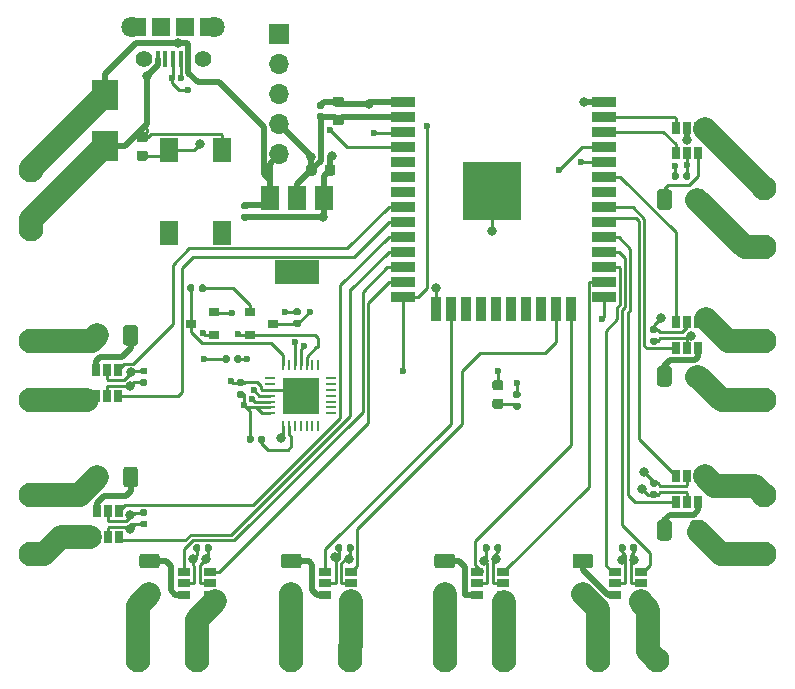
<source format=gbr>
%TF.GenerationSoftware,KiCad,Pcbnew,5.1.6-c6e7f7d~87~ubuntu18.04.1*%
%TF.CreationDate,2020-09-13T15:34:11-06:00*%
%TF.ProjectId,twinkle-led-controller,7477696e-6b6c-4652-9d6c-65642d636f6e,rev?*%
%TF.SameCoordinates,Original*%
%TF.FileFunction,Copper,L1,Top*%
%TF.FilePolarity,Positive*%
%FSLAX46Y46*%
G04 Gerber Fmt 4.6, Leading zero omitted, Abs format (unit mm)*
G04 Created by KiCad (PCBNEW 5.1.6-c6e7f7d~87~ubuntu18.04.1) date 2020-09-13 15:34:11*
%MOMM*%
%LPD*%
G01*
G04 APERTURE LIST*
%TA.AperFunction,ComponentPad*%
%ADD10C,2.100000*%
%TD*%
%TA.AperFunction,SMDPad,CuDef*%
%ADD11R,3.100000X3.100000*%
%TD*%
%TA.AperFunction,SMDPad,CuDef*%
%ADD12R,0.254000X0.900000*%
%TD*%
%TA.AperFunction,SMDPad,CuDef*%
%ADD13R,0.900000X0.254000*%
%TD*%
%TA.AperFunction,SMDPad,CuDef*%
%ADD14R,2.300000X2.500000*%
%TD*%
%TA.AperFunction,SMDPad,CuDef*%
%ADD15R,0.650000X1.060000*%
%TD*%
%TA.AperFunction,SMDPad,CuDef*%
%ADD16R,1.060000X0.650000*%
%TD*%
%TA.AperFunction,SMDPad,CuDef*%
%ADD17R,2.000000X0.900000*%
%TD*%
%TA.AperFunction,SMDPad,CuDef*%
%ADD18R,0.900000X2.000000*%
%TD*%
%TA.AperFunction,SMDPad,CuDef*%
%ADD19R,5.000000X5.000000*%
%TD*%
%TA.AperFunction,SMDPad,CuDef*%
%ADD20R,1.500000X2.000000*%
%TD*%
%TA.AperFunction,SMDPad,CuDef*%
%ADD21R,3.800000X2.000000*%
%TD*%
%TA.AperFunction,SMDPad,CuDef*%
%ADD22R,0.900000X0.800000*%
%TD*%
%TA.AperFunction,ComponentPad*%
%ADD23O,1.700000X1.700000*%
%TD*%
%TA.AperFunction,ComponentPad*%
%ADD24R,1.700000X1.700000*%
%TD*%
%TA.AperFunction,SMDPad,CuDef*%
%ADD25R,1.500000X1.550000*%
%TD*%
%TA.AperFunction,ComponentPad*%
%ADD26C,1.800000*%
%TD*%
%TA.AperFunction,ComponentPad*%
%ADD27C,1.408000*%
%TD*%
%TA.AperFunction,SMDPad,CuDef*%
%ADD28R,0.400000X1.350000*%
%TD*%
%TA.AperFunction,ViaPad*%
%ADD29C,0.600000*%
%TD*%
%TA.AperFunction,ViaPad*%
%ADD30C,0.800000*%
%TD*%
%TA.AperFunction,Conductor*%
%ADD31C,0.250000*%
%TD*%
%TA.AperFunction,Conductor*%
%ADD32C,0.500000*%
%TD*%
%TA.AperFunction,Conductor*%
%ADD33C,2.000000*%
%TD*%
G04 APERTURE END LIST*
D10*
%TO.P,J12,2*%
%TO.N,GND*%
X182000000Y-70500000D03*
%TO.P,J12,1*%
%TO.N,+5V*%
X182000000Y-65500000D03*
%TD*%
%TO.P,J11,2*%
%TO.N,Net-(J11-Pad2)*%
X182000000Y-85000000D03*
%TO.P,J11,1*%
%TO.N,Net-(J11-Pad1)*%
X182000000Y-80000000D03*
%TD*%
%TO.P,J10,2*%
%TO.N,Net-(J10-Pad2)*%
X182000000Y-98000000D03*
%TO.P,J10,1*%
%TO.N,Net-(J10-Pad1)*%
X182000000Y-93000000D03*
%TD*%
%TO.P,J9,2*%
%TO.N,Net-(J9-Pad2)*%
X196000000Y-107000000D03*
%TO.P,J9,1*%
%TO.N,Net-(J9-Pad1)*%
X191000000Y-107000000D03*
%TD*%
%TO.P,J8,2*%
%TO.N,Net-(J8-Pad2)*%
X209000000Y-107000000D03*
%TO.P,J8,1*%
%TO.N,Net-(J8-Pad1)*%
X204000000Y-107000000D03*
%TD*%
%TO.P,J7,2*%
%TO.N,Net-(J7-Pad2)*%
X222000000Y-107000000D03*
%TO.P,J7,1*%
%TO.N,Net-(J7-Pad1)*%
X217000000Y-107000000D03*
%TD*%
%TO.P,J6,2*%
%TO.N,Net-(J6-Pad2)*%
X235000000Y-107000000D03*
%TO.P,J6,1*%
%TO.N,Net-(J6-Pad1)*%
X230000000Y-107000000D03*
%TD*%
%TO.P,J5,2*%
%TO.N,Net-(J5-Pad2)*%
X244000000Y-93000000D03*
%TO.P,J5,1*%
%TO.N,Net-(J5-Pad1)*%
X244000000Y-98000000D03*
%TD*%
%TO.P,J4,2*%
%TO.N,Net-(J4-Pad2)*%
X244000000Y-80000000D03*
%TO.P,J4,1*%
%TO.N,Net-(J4-Pad1)*%
X244000000Y-85000000D03*
%TD*%
%TO.P,J3,2*%
%TO.N,Net-(J3-Pad2)*%
X244000000Y-67000000D03*
%TO.P,J3,1*%
%TO.N,Net-(J3-Pad1)*%
X244000000Y-72000000D03*
%TD*%
D11*
%TO.P,U2,29*%
%TO.N,GND*%
X204800000Y-84600000D03*
D12*
%TO.P,U2,28*%
%TO.N,/USB_DTR*%
X203300000Y-82010000D03*
%TO.P,U2,27*%
%TO.N,N/C*%
X203800000Y-82010000D03*
%TO.P,U2,26*%
%TO.N,/USB_TX*%
X204300000Y-82010000D03*
%TO.P,U2,25*%
%TO.N,/USB_RX*%
X204800000Y-82010000D03*
%TO.P,U2,24*%
%TO.N,/USB_RTS*%
X205300000Y-82010000D03*
%TO.P,U2,23*%
%TO.N,N/C*%
X205800000Y-82010000D03*
%TO.P,U2,22*%
X206300000Y-82010000D03*
D13*
%TO.P,U2,21*%
X207390000Y-83100000D03*
%TO.P,U2,20*%
X207390000Y-83600000D03*
%TO.P,U2,19*%
X207390000Y-84100000D03*
%TO.P,U2,18*%
X207390000Y-84600000D03*
%TO.P,U2,17*%
X207390000Y-85100000D03*
%TO.P,U2,16*%
X207390000Y-85600000D03*
%TO.P,U2,15*%
X207390000Y-86100000D03*
D12*
%TO.P,U2,14*%
X206300000Y-87190000D03*
%TO.P,U2,13*%
X205800000Y-87190000D03*
%TO.P,U2,12*%
X205300000Y-87190000D03*
%TO.P,U2,11*%
X204800000Y-87190000D03*
%TO.P,U2,10*%
X204300000Y-87190000D03*
%TO.P,U2,9*%
%TO.N,Net-(R15-Pad2)*%
X203800000Y-87190000D03*
%TO.P,U2,8*%
%TO.N,+5V*%
X203300000Y-87190000D03*
D13*
%TO.P,U2,7*%
%TO.N,+3V3*%
X202210000Y-86100000D03*
%TO.P,U2,6*%
X202210000Y-85600000D03*
%TO.P,U2,5*%
%TO.N,/USB_D-*%
X202210000Y-85100000D03*
%TO.P,U2,4*%
%TO.N,/USB_D+*%
X202210000Y-84600000D03*
%TO.P,U2,3*%
%TO.N,GND*%
X202210000Y-84100000D03*
%TO.P,U2,2*%
%TO.N,N/C*%
X202210000Y-83600000D03*
%TO.P,U2,1*%
X202210000Y-83100000D03*
%TD*%
%TO.P,R15,2*%
%TO.N,Net-(R15-Pad2)*%
%TA.AperFunction,SMDPad,CuDef*%
G36*
G01*
X201190000Y-88472500D02*
X201190000Y-88127500D01*
G75*
G02*
X201337500Y-87980000I147500J0D01*
G01*
X201632500Y-87980000D01*
G75*
G02*
X201780000Y-88127500I0J-147500D01*
G01*
X201780000Y-88472500D01*
G75*
G02*
X201632500Y-88620000I-147500J0D01*
G01*
X201337500Y-88620000D01*
G75*
G02*
X201190000Y-88472500I0J147500D01*
G01*
G37*
%TD.AperFunction*%
%TO.P,R15,1*%
%TO.N,+3V3*%
%TA.AperFunction,SMDPad,CuDef*%
G36*
G01*
X200220000Y-88472500D02*
X200220000Y-88127500D01*
G75*
G02*
X200367500Y-87980000I147500J0D01*
G01*
X200662500Y-87980000D01*
G75*
G02*
X200810000Y-88127500I0J-147500D01*
G01*
X200810000Y-88472500D01*
G75*
G02*
X200662500Y-88620000I-147500J0D01*
G01*
X200367500Y-88620000D01*
G75*
G02*
X200220000Y-88472500I0J147500D01*
G01*
G37*
%TD.AperFunction*%
%TD*%
D14*
%TO.P,D1,2*%
%TO.N,GND*%
X188200000Y-63450000D03*
%TO.P,D1,1*%
%TO.N,+5V*%
X188200000Y-59150000D03*
%TD*%
%TO.P,R14,2*%
%TO.N,Net-(D2-Pad1)*%
%TA.AperFunction,SMDPad,CuDef*%
G36*
G01*
X222927500Y-85190000D02*
X223272500Y-85190000D01*
G75*
G02*
X223420000Y-85337500I0J-147500D01*
G01*
X223420000Y-85632500D01*
G75*
G02*
X223272500Y-85780000I-147500J0D01*
G01*
X222927500Y-85780000D01*
G75*
G02*
X222780000Y-85632500I0J147500D01*
G01*
X222780000Y-85337500D01*
G75*
G02*
X222927500Y-85190000I147500J0D01*
G01*
G37*
%TD.AperFunction*%
%TO.P,R14,1*%
%TO.N,GND*%
%TA.AperFunction,SMDPad,CuDef*%
G36*
G01*
X222927500Y-84220000D02*
X223272500Y-84220000D01*
G75*
G02*
X223420000Y-84367500I0J-147500D01*
G01*
X223420000Y-84662500D01*
G75*
G02*
X223272500Y-84810000I-147500J0D01*
G01*
X222927500Y-84810000D01*
G75*
G02*
X222780000Y-84662500I0J147500D01*
G01*
X222780000Y-84367500D01*
G75*
G02*
X222927500Y-84220000I147500J0D01*
G01*
G37*
%TD.AperFunction*%
%TD*%
D15*
%TO.P,U12,5*%
%TO.N,+5V*%
X188400000Y-82400000D03*
%TO.P,U12,6*%
%TO.N,Net-(R12-Pad2)*%
X187450000Y-82400000D03*
%TO.P,U12,4*%
%TO.N,/LED8_A*%
X189350000Y-82400000D03*
%TO.P,U12,3*%
%TO.N,/LED8_B*%
X189350000Y-84600000D03*
%TO.P,U12,2*%
%TO.N,GND*%
X188400000Y-84600000D03*
%TO.P,U12,1*%
%TO.N,Net-(J11-Pad2)*%
X187450000Y-84600000D03*
%TD*%
%TO.P,U11,5*%
%TO.N,+5V*%
X188500000Y-94400000D03*
%TO.P,U11,6*%
%TO.N,Net-(R11-Pad2)*%
X187550000Y-94400000D03*
%TO.P,U11,4*%
%TO.N,/LED7_A*%
X189450000Y-94400000D03*
%TO.P,U11,3*%
%TO.N,/LED7_B*%
X189450000Y-96600000D03*
%TO.P,U11,2*%
%TO.N,GND*%
X188500000Y-96600000D03*
%TO.P,U11,1*%
%TO.N,Net-(J10-Pad2)*%
X187550000Y-96600000D03*
%TD*%
D16*
%TO.P,U10,5*%
%TO.N,+5V*%
X194900000Y-100500000D03*
%TO.P,U10,6*%
%TO.N,Net-(R10-Pad2)*%
X194900000Y-101450000D03*
%TO.P,U10,4*%
%TO.N,/LED6_A*%
X194900000Y-99550000D03*
%TO.P,U10,3*%
%TO.N,/LED6_B*%
X197100000Y-99550000D03*
%TO.P,U10,2*%
%TO.N,GND*%
X197100000Y-100500000D03*
%TO.P,U10,1*%
%TO.N,Net-(J9-Pad2)*%
X197100000Y-101450000D03*
%TD*%
%TO.P,U9,5*%
%TO.N,+5V*%
X206900000Y-100500000D03*
%TO.P,U9,6*%
%TO.N,Net-(R9-Pad2)*%
X206900000Y-101450000D03*
%TO.P,U9,4*%
%TO.N,/LED5_A*%
X206900000Y-99550000D03*
%TO.P,U9,3*%
%TO.N,/LED5_B*%
X209100000Y-99550000D03*
%TO.P,U9,2*%
%TO.N,GND*%
X209100000Y-100500000D03*
%TO.P,U9,1*%
%TO.N,Net-(J8-Pad2)*%
X209100000Y-101450000D03*
%TD*%
%TO.P,U8,5*%
%TO.N,+5V*%
X219760000Y-100500000D03*
%TO.P,U8,6*%
%TO.N,Net-(R8-Pad2)*%
X219760000Y-101450000D03*
%TO.P,U8,4*%
%TO.N,/LED4_A*%
X219760000Y-99550000D03*
%TO.P,U8,3*%
%TO.N,/LED4_B*%
X221960000Y-99550000D03*
%TO.P,U8,2*%
%TO.N,GND*%
X221960000Y-100500000D03*
%TO.P,U8,1*%
%TO.N,Net-(J7-Pad2)*%
X221960000Y-101450000D03*
%TD*%
%TO.P,U7,5*%
%TO.N,+5V*%
X231400000Y-100500000D03*
%TO.P,U7,6*%
%TO.N,Net-(R7-Pad2)*%
X231400000Y-101450000D03*
%TO.P,U7,4*%
%TO.N,/LED3_A*%
X231400000Y-99550000D03*
%TO.P,U7,3*%
%TO.N,/LED3_B*%
X233600000Y-99550000D03*
%TO.P,U7,2*%
%TO.N,GND*%
X233600000Y-100500000D03*
%TO.P,U7,1*%
%TO.N,Net-(J6-Pad2)*%
X233600000Y-101450000D03*
%TD*%
D15*
%TO.P,U6,5*%
%TO.N,+5V*%
X237500000Y-93600000D03*
%TO.P,U6,6*%
%TO.N,Net-(R6-Pad2)*%
X238450000Y-93600000D03*
%TO.P,U6,4*%
%TO.N,/LED2_A*%
X236550000Y-93600000D03*
%TO.P,U6,3*%
%TO.N,/LED2_B*%
X236550000Y-91400000D03*
%TO.P,U6,2*%
%TO.N,GND*%
X237500000Y-91400000D03*
%TO.P,U6,1*%
%TO.N,Net-(J5-Pad2)*%
X238450000Y-91400000D03*
%TD*%
%TO.P,U5,5*%
%TO.N,+5V*%
X237500000Y-80600000D03*
%TO.P,U5,6*%
%TO.N,Net-(R5-Pad2)*%
X238450000Y-80600000D03*
%TO.P,U5,4*%
%TO.N,/LED1_A*%
X236550000Y-80600000D03*
%TO.P,U5,3*%
%TO.N,/LED1_B*%
X236550000Y-78400000D03*
%TO.P,U5,2*%
%TO.N,GND*%
X237500000Y-78400000D03*
%TO.P,U5,1*%
%TO.N,Net-(J4-Pad2)*%
X238450000Y-78400000D03*
%TD*%
%TO.P,U4,5*%
%TO.N,+5V*%
X237500000Y-64100000D03*
%TO.P,U4,6*%
%TO.N,Net-(R4-Pad2)*%
X238450000Y-64100000D03*
%TO.P,U4,4*%
%TO.N,/LED0_A*%
X236550000Y-64100000D03*
%TO.P,U4,3*%
%TO.N,/LED0_B*%
X236550000Y-61900000D03*
%TO.P,U4,2*%
%TO.N,GND*%
X237500000Y-61900000D03*
%TO.P,U4,1*%
%TO.N,Net-(J3-Pad2)*%
X238450000Y-61900000D03*
%TD*%
D17*
%TO.P,U3,38*%
%TO.N,GND*%
X230500000Y-59745000D03*
%TO.P,U3,37*%
%TO.N,/LED0_B*%
X230500000Y-61015000D03*
%TO.P,U3,36*%
%TO.N,/LED0_A*%
X230500000Y-62285000D03*
%TO.P,U3,35*%
%TO.N,/USB_RX*%
X230500000Y-63555000D03*
%TO.P,U3,34*%
%TO.N,/USB_TX*%
X230500000Y-64825000D03*
%TO.P,U3,33*%
%TO.N,/LED1_B*%
X230500000Y-66095000D03*
%TO.P,U3,32*%
%TO.N,N/C*%
X230500000Y-67365000D03*
%TO.P,U3,31*%
%TO.N,/LED1_A*%
X230500000Y-68635000D03*
%TO.P,U3,30*%
%TO.N,/LED2_B*%
X230500000Y-69905000D03*
%TO.P,U3,29*%
%TO.N,/LED2_A*%
X230500000Y-71175000D03*
%TO.P,U3,28*%
%TO.N,/LED3_B*%
X230500000Y-72445000D03*
%TO.P,U3,27*%
%TO.N,/LED3_A*%
X230500000Y-73715000D03*
%TO.P,U3,26*%
%TO.N,/LED4_B*%
X230500000Y-74985000D03*
%TO.P,U3,25*%
%TO.N,/IO0*%
X230500000Y-76255000D03*
D18*
%TO.P,U3,24*%
%TO.N,/LED4_A*%
X227715000Y-77255000D03*
%TO.P,U3,23*%
%TO.N,/LED5_B*%
X226445000Y-77255000D03*
%TO.P,U3,22*%
%TO.N,N/C*%
X225175000Y-77255000D03*
%TO.P,U3,21*%
X223905000Y-77255000D03*
%TO.P,U3,20*%
X222635000Y-77255000D03*
%TO.P,U3,19*%
X221365000Y-77255000D03*
%TO.P,U3,18*%
X220095000Y-77255000D03*
%TO.P,U3,17*%
X218825000Y-77255000D03*
%TO.P,U3,16*%
%TO.N,/LED5_A*%
X217555000Y-77255000D03*
%TO.P,U3,15*%
%TO.N,GND*%
X216285000Y-77255000D03*
D17*
%TO.P,U3,14*%
%TO.N,/AUX_OUT*%
X213500000Y-76255000D03*
%TO.P,U3,13*%
%TO.N,/LED6_B*%
X213500000Y-74985000D03*
%TO.P,U3,12*%
%TO.N,/LED6_A*%
X213500000Y-73715000D03*
%TO.P,U3,11*%
%TO.N,/LED7_B*%
X213500000Y-72445000D03*
%TO.P,U3,10*%
%TO.N,/LED7_A*%
X213500000Y-71175000D03*
%TO.P,U3,9*%
%TO.N,/LED8_B*%
X213500000Y-69905000D03*
%TO.P,U3,8*%
%TO.N,/LED8_A*%
X213500000Y-68635000D03*
%TO.P,U3,7*%
%TO.N,N/C*%
X213500000Y-67365000D03*
%TO.P,U3,6*%
X213500000Y-66095000D03*
%TO.P,U3,5*%
X213500000Y-64825000D03*
%TO.P,U3,4*%
%TO.N,/AUX_IN*%
X213500000Y-63555000D03*
%TO.P,U3,3*%
%TO.N,/EN*%
X213500000Y-62285000D03*
%TO.P,U3,2*%
%TO.N,+3V3*%
X213500000Y-61015000D03*
%TO.P,U3,1*%
%TO.N,GND*%
X213500000Y-59745000D03*
D19*
%TO.P,U3,39*%
X221000000Y-67245000D03*
%TD*%
D20*
%TO.P,U1,1*%
%TO.N,GND*%
X206800000Y-67850000D03*
%TO.P,U1,3*%
%TO.N,+5V*%
X202200000Y-67850000D03*
%TO.P,U1,2*%
%TO.N,+3V3*%
X204500000Y-67850000D03*
D21*
%TO.P,U1,4*%
%TO.N,N/C*%
X204500000Y-74150000D03*
%TD*%
D20*
%TO.P,SW1,~*%
%TO.N,N/C*%
X193650000Y-70800000D03*
%TO.P,SW1,2*%
%TO.N,/EN*%
X193650000Y-63800000D03*
%TO.P,SW1,~*%
%TO.N,N/C*%
X198150000Y-70800000D03*
%TO.P,SW1,1*%
%TO.N,GND*%
X198150000Y-63800000D03*
%TD*%
%TO.P,R12,2*%
%TO.N,Net-(R12-Pad2)*%
%TA.AperFunction,SMDPad,CuDef*%
G36*
G01*
X189775000Y-80125000D02*
X189775000Y-78875000D01*
G75*
G02*
X190025000Y-78625000I250000J0D01*
G01*
X190775000Y-78625000D01*
G75*
G02*
X191025000Y-78875000I0J-250000D01*
G01*
X191025000Y-80125000D01*
G75*
G02*
X190775000Y-80375000I-250000J0D01*
G01*
X190025000Y-80375000D01*
G75*
G02*
X189775000Y-80125000I0J250000D01*
G01*
G37*
%TD.AperFunction*%
%TO.P,R12,1*%
%TO.N,Net-(J11-Pad1)*%
%TA.AperFunction,SMDPad,CuDef*%
G36*
G01*
X186975000Y-80125000D02*
X186975000Y-78875000D01*
G75*
G02*
X187225000Y-78625000I250000J0D01*
G01*
X187975000Y-78625000D01*
G75*
G02*
X188225000Y-78875000I0J-250000D01*
G01*
X188225000Y-80125000D01*
G75*
G02*
X187975000Y-80375000I-250000J0D01*
G01*
X187225000Y-80375000D01*
G75*
G02*
X186975000Y-80125000I0J250000D01*
G01*
G37*
%TD.AperFunction*%
%TD*%
%TO.P,R11,2*%
%TO.N,Net-(R11-Pad2)*%
%TA.AperFunction,SMDPad,CuDef*%
G36*
G01*
X189775000Y-92125000D02*
X189775000Y-90875000D01*
G75*
G02*
X190025000Y-90625000I250000J0D01*
G01*
X190775000Y-90625000D01*
G75*
G02*
X191025000Y-90875000I0J-250000D01*
G01*
X191025000Y-92125000D01*
G75*
G02*
X190775000Y-92375000I-250000J0D01*
G01*
X190025000Y-92375000D01*
G75*
G02*
X189775000Y-92125000I0J250000D01*
G01*
G37*
%TD.AperFunction*%
%TO.P,R11,1*%
%TO.N,Net-(J10-Pad1)*%
%TA.AperFunction,SMDPad,CuDef*%
G36*
G01*
X186975000Y-92125000D02*
X186975000Y-90875000D01*
G75*
G02*
X187225000Y-90625000I250000J0D01*
G01*
X187975000Y-90625000D01*
G75*
G02*
X188225000Y-90875000I0J-250000D01*
G01*
X188225000Y-92125000D01*
G75*
G02*
X187975000Y-92375000I-250000J0D01*
G01*
X187225000Y-92375000D01*
G75*
G02*
X186975000Y-92125000I0J250000D01*
G01*
G37*
%TD.AperFunction*%
%TD*%
%TO.P,R10,2*%
%TO.N,Net-(R10-Pad2)*%
%TA.AperFunction,SMDPad,CuDef*%
G36*
G01*
X192625000Y-99225000D02*
X191375000Y-99225000D01*
G75*
G02*
X191125000Y-98975000I0J250000D01*
G01*
X191125000Y-98225000D01*
G75*
G02*
X191375000Y-97975000I250000J0D01*
G01*
X192625000Y-97975000D01*
G75*
G02*
X192875000Y-98225000I0J-250000D01*
G01*
X192875000Y-98975000D01*
G75*
G02*
X192625000Y-99225000I-250000J0D01*
G01*
G37*
%TD.AperFunction*%
%TO.P,R10,1*%
%TO.N,Net-(J9-Pad1)*%
%TA.AperFunction,SMDPad,CuDef*%
G36*
G01*
X192625000Y-102025000D02*
X191375000Y-102025000D01*
G75*
G02*
X191125000Y-101775000I0J250000D01*
G01*
X191125000Y-101025000D01*
G75*
G02*
X191375000Y-100775000I250000J0D01*
G01*
X192625000Y-100775000D01*
G75*
G02*
X192875000Y-101025000I0J-250000D01*
G01*
X192875000Y-101775000D01*
G75*
G02*
X192625000Y-102025000I-250000J0D01*
G01*
G37*
%TD.AperFunction*%
%TD*%
%TO.P,R9,2*%
%TO.N,Net-(R9-Pad2)*%
%TA.AperFunction,SMDPad,CuDef*%
G36*
G01*
X204625000Y-99225000D02*
X203375000Y-99225000D01*
G75*
G02*
X203125000Y-98975000I0J250000D01*
G01*
X203125000Y-98225000D01*
G75*
G02*
X203375000Y-97975000I250000J0D01*
G01*
X204625000Y-97975000D01*
G75*
G02*
X204875000Y-98225000I0J-250000D01*
G01*
X204875000Y-98975000D01*
G75*
G02*
X204625000Y-99225000I-250000J0D01*
G01*
G37*
%TD.AperFunction*%
%TO.P,R9,1*%
%TO.N,Net-(J8-Pad1)*%
%TA.AperFunction,SMDPad,CuDef*%
G36*
G01*
X204625000Y-102025000D02*
X203375000Y-102025000D01*
G75*
G02*
X203125000Y-101775000I0J250000D01*
G01*
X203125000Y-101025000D01*
G75*
G02*
X203375000Y-100775000I250000J0D01*
G01*
X204625000Y-100775000D01*
G75*
G02*
X204875000Y-101025000I0J-250000D01*
G01*
X204875000Y-101775000D01*
G75*
G02*
X204625000Y-102025000I-250000J0D01*
G01*
G37*
%TD.AperFunction*%
%TD*%
%TO.P,R8,2*%
%TO.N,Net-(R8-Pad2)*%
%TA.AperFunction,SMDPad,CuDef*%
G36*
G01*
X217625000Y-99225000D02*
X216375000Y-99225000D01*
G75*
G02*
X216125000Y-98975000I0J250000D01*
G01*
X216125000Y-98225000D01*
G75*
G02*
X216375000Y-97975000I250000J0D01*
G01*
X217625000Y-97975000D01*
G75*
G02*
X217875000Y-98225000I0J-250000D01*
G01*
X217875000Y-98975000D01*
G75*
G02*
X217625000Y-99225000I-250000J0D01*
G01*
G37*
%TD.AperFunction*%
%TO.P,R8,1*%
%TO.N,Net-(J7-Pad1)*%
%TA.AperFunction,SMDPad,CuDef*%
G36*
G01*
X217625000Y-102025000D02*
X216375000Y-102025000D01*
G75*
G02*
X216125000Y-101775000I0J250000D01*
G01*
X216125000Y-101025000D01*
G75*
G02*
X216375000Y-100775000I250000J0D01*
G01*
X217625000Y-100775000D01*
G75*
G02*
X217875000Y-101025000I0J-250000D01*
G01*
X217875000Y-101775000D01*
G75*
G02*
X217625000Y-102025000I-250000J0D01*
G01*
G37*
%TD.AperFunction*%
%TD*%
%TO.P,R7,2*%
%TO.N,Net-(R7-Pad2)*%
%TA.AperFunction,SMDPad,CuDef*%
G36*
G01*
X229325000Y-99225000D02*
X228075000Y-99225000D01*
G75*
G02*
X227825000Y-98975000I0J250000D01*
G01*
X227825000Y-98225000D01*
G75*
G02*
X228075000Y-97975000I250000J0D01*
G01*
X229325000Y-97975000D01*
G75*
G02*
X229575000Y-98225000I0J-250000D01*
G01*
X229575000Y-98975000D01*
G75*
G02*
X229325000Y-99225000I-250000J0D01*
G01*
G37*
%TD.AperFunction*%
%TO.P,R7,1*%
%TO.N,Net-(J6-Pad1)*%
%TA.AperFunction,SMDPad,CuDef*%
G36*
G01*
X229325000Y-102025000D02*
X228075000Y-102025000D01*
G75*
G02*
X227825000Y-101775000I0J250000D01*
G01*
X227825000Y-101025000D01*
G75*
G02*
X228075000Y-100775000I250000J0D01*
G01*
X229325000Y-100775000D01*
G75*
G02*
X229575000Y-101025000I0J-250000D01*
G01*
X229575000Y-101775000D01*
G75*
G02*
X229325000Y-102025000I-250000J0D01*
G01*
G37*
%TD.AperFunction*%
%TD*%
%TO.P,R6,2*%
%TO.N,Net-(R6-Pad2)*%
%TA.AperFunction,SMDPad,CuDef*%
G36*
G01*
X236225000Y-95375000D02*
X236225000Y-96625000D01*
G75*
G02*
X235975000Y-96875000I-250000J0D01*
G01*
X235225000Y-96875000D01*
G75*
G02*
X234975000Y-96625000I0J250000D01*
G01*
X234975000Y-95375000D01*
G75*
G02*
X235225000Y-95125000I250000J0D01*
G01*
X235975000Y-95125000D01*
G75*
G02*
X236225000Y-95375000I0J-250000D01*
G01*
G37*
%TD.AperFunction*%
%TO.P,R6,1*%
%TO.N,Net-(J5-Pad1)*%
%TA.AperFunction,SMDPad,CuDef*%
G36*
G01*
X239025000Y-95375000D02*
X239025000Y-96625000D01*
G75*
G02*
X238775000Y-96875000I-250000J0D01*
G01*
X238025000Y-96875000D01*
G75*
G02*
X237775000Y-96625000I0J250000D01*
G01*
X237775000Y-95375000D01*
G75*
G02*
X238025000Y-95125000I250000J0D01*
G01*
X238775000Y-95125000D01*
G75*
G02*
X239025000Y-95375000I0J-250000D01*
G01*
G37*
%TD.AperFunction*%
%TD*%
%TO.P,R5,2*%
%TO.N,Net-(R5-Pad2)*%
%TA.AperFunction,SMDPad,CuDef*%
G36*
G01*
X236225000Y-82335000D02*
X236225000Y-83585000D01*
G75*
G02*
X235975000Y-83835000I-250000J0D01*
G01*
X235225000Y-83835000D01*
G75*
G02*
X234975000Y-83585000I0J250000D01*
G01*
X234975000Y-82335000D01*
G75*
G02*
X235225000Y-82085000I250000J0D01*
G01*
X235975000Y-82085000D01*
G75*
G02*
X236225000Y-82335000I0J-250000D01*
G01*
G37*
%TD.AperFunction*%
%TO.P,R5,1*%
%TO.N,Net-(J4-Pad1)*%
%TA.AperFunction,SMDPad,CuDef*%
G36*
G01*
X239025000Y-82335000D02*
X239025000Y-83585000D01*
G75*
G02*
X238775000Y-83835000I-250000J0D01*
G01*
X238025000Y-83835000D01*
G75*
G02*
X237775000Y-83585000I0J250000D01*
G01*
X237775000Y-82335000D01*
G75*
G02*
X238025000Y-82085000I250000J0D01*
G01*
X238775000Y-82085000D01*
G75*
G02*
X239025000Y-82335000I0J-250000D01*
G01*
G37*
%TD.AperFunction*%
%TD*%
%TO.P,R4,2*%
%TO.N,Net-(R4-Pad2)*%
%TA.AperFunction,SMDPad,CuDef*%
G36*
G01*
X236225000Y-67375000D02*
X236225000Y-68625000D01*
G75*
G02*
X235975000Y-68875000I-250000J0D01*
G01*
X235225000Y-68875000D01*
G75*
G02*
X234975000Y-68625000I0J250000D01*
G01*
X234975000Y-67375000D01*
G75*
G02*
X235225000Y-67125000I250000J0D01*
G01*
X235975000Y-67125000D01*
G75*
G02*
X236225000Y-67375000I0J-250000D01*
G01*
G37*
%TD.AperFunction*%
%TO.P,R4,1*%
%TO.N,Net-(J3-Pad1)*%
%TA.AperFunction,SMDPad,CuDef*%
G36*
G01*
X239025000Y-67375000D02*
X239025000Y-68625000D01*
G75*
G02*
X238775000Y-68875000I-250000J0D01*
G01*
X238025000Y-68875000D01*
G75*
G02*
X237775000Y-68625000I0J250000D01*
G01*
X237775000Y-67375000D01*
G75*
G02*
X238025000Y-67125000I250000J0D01*
G01*
X238775000Y-67125000D01*
G75*
G02*
X239025000Y-67375000I0J-250000D01*
G01*
G37*
%TD.AperFunction*%
%TD*%
%TO.P,R3,2*%
%TO.N,/EN*%
%TA.AperFunction,SMDPad,CuDef*%
G36*
G01*
X204327500Y-78190000D02*
X204672500Y-78190000D01*
G75*
G02*
X204820000Y-78337500I0J-147500D01*
G01*
X204820000Y-78632500D01*
G75*
G02*
X204672500Y-78780000I-147500J0D01*
G01*
X204327500Y-78780000D01*
G75*
G02*
X204180000Y-78632500I0J147500D01*
G01*
X204180000Y-78337500D01*
G75*
G02*
X204327500Y-78190000I147500J0D01*
G01*
G37*
%TD.AperFunction*%
%TO.P,R3,1*%
%TO.N,+3V3*%
%TA.AperFunction,SMDPad,CuDef*%
G36*
G01*
X204327500Y-77220000D02*
X204672500Y-77220000D01*
G75*
G02*
X204820000Y-77367500I0J-147500D01*
G01*
X204820000Y-77662500D01*
G75*
G02*
X204672500Y-77810000I-147500J0D01*
G01*
X204327500Y-77810000D01*
G75*
G02*
X204180000Y-77662500I0J147500D01*
G01*
X204180000Y-77367500D01*
G75*
G02*
X204327500Y-77220000I147500J0D01*
G01*
G37*
%TD.AperFunction*%
%TD*%
%TO.P,R2,2*%
%TO.N,/USB_RTS*%
%TA.AperFunction,SMDPad,CuDef*%
G36*
G01*
X199190000Y-81672500D02*
X199190000Y-81327500D01*
G75*
G02*
X199337500Y-81180000I147500J0D01*
G01*
X199632500Y-81180000D01*
G75*
G02*
X199780000Y-81327500I0J-147500D01*
G01*
X199780000Y-81672500D01*
G75*
G02*
X199632500Y-81820000I-147500J0D01*
G01*
X199337500Y-81820000D01*
G75*
G02*
X199190000Y-81672500I0J147500D01*
G01*
G37*
%TD.AperFunction*%
%TO.P,R2,1*%
%TO.N,Net-(Q2-Pad1)*%
%TA.AperFunction,SMDPad,CuDef*%
G36*
G01*
X198220000Y-81672500D02*
X198220000Y-81327500D01*
G75*
G02*
X198367500Y-81180000I147500J0D01*
G01*
X198662500Y-81180000D01*
G75*
G02*
X198810000Y-81327500I0J-147500D01*
G01*
X198810000Y-81672500D01*
G75*
G02*
X198662500Y-81820000I-147500J0D01*
G01*
X198367500Y-81820000D01*
G75*
G02*
X198220000Y-81672500I0J147500D01*
G01*
G37*
%TD.AperFunction*%
%TD*%
%TO.P,R1,2*%
%TO.N,/USB_DTR*%
%TA.AperFunction,SMDPad,CuDef*%
G36*
G01*
X195810000Y-75327500D02*
X195810000Y-75672500D01*
G75*
G02*
X195662500Y-75820000I-147500J0D01*
G01*
X195367500Y-75820000D01*
G75*
G02*
X195220000Y-75672500I0J147500D01*
G01*
X195220000Y-75327500D01*
G75*
G02*
X195367500Y-75180000I147500J0D01*
G01*
X195662500Y-75180000D01*
G75*
G02*
X195810000Y-75327500I0J-147500D01*
G01*
G37*
%TD.AperFunction*%
%TO.P,R1,1*%
%TO.N,Net-(Q1-Pad1)*%
%TA.AperFunction,SMDPad,CuDef*%
G36*
G01*
X196780000Y-75327500D02*
X196780000Y-75672500D01*
G75*
G02*
X196632500Y-75820000I-147500J0D01*
G01*
X196337500Y-75820000D01*
G75*
G02*
X196190000Y-75672500I0J147500D01*
G01*
X196190000Y-75327500D01*
G75*
G02*
X196337500Y-75180000I147500J0D01*
G01*
X196632500Y-75180000D01*
G75*
G02*
X196780000Y-75327500I0J-147500D01*
G01*
G37*
%TD.AperFunction*%
%TD*%
D22*
%TO.P,Q2,3*%
%TO.N,/USB_DTR*%
X195500000Y-78500000D03*
%TO.P,Q2,2*%
%TO.N,/IO0*%
X197500000Y-77550000D03*
%TO.P,Q2,1*%
%TO.N,Net-(Q2-Pad1)*%
X197500000Y-79450000D03*
%TD*%
%TO.P,Q1,3*%
%TO.N,/EN*%
X202500000Y-78500000D03*
%TO.P,Q1,2*%
%TO.N,/USB_RTS*%
X200500000Y-79450000D03*
%TO.P,Q1,1*%
%TO.N,Net-(Q1-Pad1)*%
X200500000Y-77550000D03*
%TD*%
D23*
%TO.P,J2,5*%
%TO.N,+5V*%
X203000000Y-64160000D03*
%TO.P,J2,4*%
%TO.N,+3V3*%
X203000000Y-61620000D03*
%TO.P,J2,3*%
%TO.N,/AUX_OUT*%
X203000000Y-59080000D03*
%TO.P,J2,2*%
%TO.N,/AUX_IN*%
X203000000Y-56540000D03*
D24*
%TO.P,J2,1*%
%TO.N,GND*%
X203000000Y-54000000D03*
%TD*%
D25*
%TO.P,J1,P$13*%
%TO.N,N/C*%
X190950000Y-53400000D03*
%TO.P,J1,P$12*%
X197050000Y-53400000D03*
%TO.P,J1,P$11*%
X193000000Y-53400000D03*
%TO.P,J1,P$10*%
X195000000Y-53400000D03*
D26*
%TO.P,J1,P$9*%
X190500000Y-53400000D03*
%TO.P,J1,P$8*%
X197500000Y-53400000D03*
D27*
%TO.P,J1,P$7*%
X191500000Y-56100000D03*
%TO.P,J1,P$6*%
X196500000Y-56100000D03*
D28*
%TO.P,J1,5*%
%TO.N,GND*%
X192700000Y-56075000D03*
%TO.P,J1,4*%
%TO.N,N/C*%
X193350000Y-56075000D03*
%TO.P,J1,3*%
%TO.N,/USB_D+*%
X194000000Y-56075000D03*
%TO.P,J1,2*%
%TO.N,/USB_D-*%
X194650000Y-56075000D03*
%TO.P,J1,1*%
%TO.N,+5V*%
X195300000Y-56075000D03*
%TD*%
%TO.P,D2,2*%
%TO.N,/AUX_OUT*%
%TA.AperFunction,SMDPad,CuDef*%
G36*
G01*
X221756250Y-84150000D02*
X221243750Y-84150000D01*
G75*
G02*
X221025000Y-83931250I0J218750D01*
G01*
X221025000Y-83493750D01*
G75*
G02*
X221243750Y-83275000I218750J0D01*
G01*
X221756250Y-83275000D01*
G75*
G02*
X221975000Y-83493750I0J-218750D01*
G01*
X221975000Y-83931250D01*
G75*
G02*
X221756250Y-84150000I-218750J0D01*
G01*
G37*
%TD.AperFunction*%
%TO.P,D2,1*%
%TO.N,Net-(D2-Pad1)*%
%TA.AperFunction,SMDPad,CuDef*%
G36*
G01*
X221756250Y-85725000D02*
X221243750Y-85725000D01*
G75*
G02*
X221025000Y-85506250I0J218750D01*
G01*
X221025000Y-85068750D01*
G75*
G02*
X221243750Y-84850000I218750J0D01*
G01*
X221756250Y-84850000D01*
G75*
G02*
X221975000Y-85068750I0J-218750D01*
G01*
X221975000Y-85506250D01*
G75*
G02*
X221756250Y-85725000I-218750J0D01*
G01*
G37*
%TD.AperFunction*%
%TD*%
%TO.P,C16,2*%
%TO.N,GND*%
%TA.AperFunction,SMDPad,CuDef*%
G36*
G01*
X191327500Y-83190000D02*
X191672500Y-83190000D01*
G75*
G02*
X191820000Y-83337500I0J-147500D01*
G01*
X191820000Y-83632500D01*
G75*
G02*
X191672500Y-83780000I-147500J0D01*
G01*
X191327500Y-83780000D01*
G75*
G02*
X191180000Y-83632500I0J147500D01*
G01*
X191180000Y-83337500D01*
G75*
G02*
X191327500Y-83190000I147500J0D01*
G01*
G37*
%TD.AperFunction*%
%TO.P,C16,1*%
%TO.N,+5V*%
%TA.AperFunction,SMDPad,CuDef*%
G36*
G01*
X191327500Y-82220000D02*
X191672500Y-82220000D01*
G75*
G02*
X191820000Y-82367500I0J-147500D01*
G01*
X191820000Y-82662500D01*
G75*
G02*
X191672500Y-82810000I-147500J0D01*
G01*
X191327500Y-82810000D01*
G75*
G02*
X191180000Y-82662500I0J147500D01*
G01*
X191180000Y-82367500D01*
G75*
G02*
X191327500Y-82220000I147500J0D01*
G01*
G37*
%TD.AperFunction*%
%TD*%
%TO.P,C15,2*%
%TO.N,GND*%
%TA.AperFunction,SMDPad,CuDef*%
G36*
G01*
X191327500Y-95175000D02*
X191672500Y-95175000D01*
G75*
G02*
X191820000Y-95322500I0J-147500D01*
G01*
X191820000Y-95617500D01*
G75*
G02*
X191672500Y-95765000I-147500J0D01*
G01*
X191327500Y-95765000D01*
G75*
G02*
X191180000Y-95617500I0J147500D01*
G01*
X191180000Y-95322500D01*
G75*
G02*
X191327500Y-95175000I147500J0D01*
G01*
G37*
%TD.AperFunction*%
%TO.P,C15,1*%
%TO.N,+5V*%
%TA.AperFunction,SMDPad,CuDef*%
G36*
G01*
X191327500Y-94205000D02*
X191672500Y-94205000D01*
G75*
G02*
X191820000Y-94352500I0J-147500D01*
G01*
X191820000Y-94647500D01*
G75*
G02*
X191672500Y-94795000I-147500J0D01*
G01*
X191327500Y-94795000D01*
G75*
G02*
X191180000Y-94647500I0J147500D01*
G01*
X191180000Y-94352500D01*
G75*
G02*
X191327500Y-94205000I147500J0D01*
G01*
G37*
%TD.AperFunction*%
%TD*%
%TO.P,C14,2*%
%TO.N,GND*%
%TA.AperFunction,SMDPad,CuDef*%
G36*
G01*
X196690000Y-97672500D02*
X196690000Y-97327500D01*
G75*
G02*
X196837500Y-97180000I147500J0D01*
G01*
X197132500Y-97180000D01*
G75*
G02*
X197280000Y-97327500I0J-147500D01*
G01*
X197280000Y-97672500D01*
G75*
G02*
X197132500Y-97820000I-147500J0D01*
G01*
X196837500Y-97820000D01*
G75*
G02*
X196690000Y-97672500I0J147500D01*
G01*
G37*
%TD.AperFunction*%
%TO.P,C14,1*%
%TO.N,+5V*%
%TA.AperFunction,SMDPad,CuDef*%
G36*
G01*
X195720000Y-97672500D02*
X195720000Y-97327500D01*
G75*
G02*
X195867500Y-97180000I147500J0D01*
G01*
X196162500Y-97180000D01*
G75*
G02*
X196310000Y-97327500I0J-147500D01*
G01*
X196310000Y-97672500D01*
G75*
G02*
X196162500Y-97820000I-147500J0D01*
G01*
X195867500Y-97820000D01*
G75*
G02*
X195720000Y-97672500I0J147500D01*
G01*
G37*
%TD.AperFunction*%
%TD*%
%TO.P,C13,2*%
%TO.N,GND*%
%TA.AperFunction,SMDPad,CuDef*%
G36*
G01*
X208690000Y-97672500D02*
X208690000Y-97327500D01*
G75*
G02*
X208837500Y-97180000I147500J0D01*
G01*
X209132500Y-97180000D01*
G75*
G02*
X209280000Y-97327500I0J-147500D01*
G01*
X209280000Y-97672500D01*
G75*
G02*
X209132500Y-97820000I-147500J0D01*
G01*
X208837500Y-97820000D01*
G75*
G02*
X208690000Y-97672500I0J147500D01*
G01*
G37*
%TD.AperFunction*%
%TO.P,C13,1*%
%TO.N,+5V*%
%TA.AperFunction,SMDPad,CuDef*%
G36*
G01*
X207720000Y-97672500D02*
X207720000Y-97327500D01*
G75*
G02*
X207867500Y-97180000I147500J0D01*
G01*
X208162500Y-97180000D01*
G75*
G02*
X208310000Y-97327500I0J-147500D01*
G01*
X208310000Y-97672500D01*
G75*
G02*
X208162500Y-97820000I-147500J0D01*
G01*
X207867500Y-97820000D01*
G75*
G02*
X207720000Y-97672500I0J147500D01*
G01*
G37*
%TD.AperFunction*%
%TD*%
%TO.P,C12,2*%
%TO.N,GND*%
%TA.AperFunction,SMDPad,CuDef*%
G36*
G01*
X221190000Y-97672500D02*
X221190000Y-97327500D01*
G75*
G02*
X221337500Y-97180000I147500J0D01*
G01*
X221632500Y-97180000D01*
G75*
G02*
X221780000Y-97327500I0J-147500D01*
G01*
X221780000Y-97672500D01*
G75*
G02*
X221632500Y-97820000I-147500J0D01*
G01*
X221337500Y-97820000D01*
G75*
G02*
X221190000Y-97672500I0J147500D01*
G01*
G37*
%TD.AperFunction*%
%TO.P,C12,1*%
%TO.N,+5V*%
%TA.AperFunction,SMDPad,CuDef*%
G36*
G01*
X220220000Y-97672500D02*
X220220000Y-97327500D01*
G75*
G02*
X220367500Y-97180000I147500J0D01*
G01*
X220662500Y-97180000D01*
G75*
G02*
X220810000Y-97327500I0J-147500D01*
G01*
X220810000Y-97672500D01*
G75*
G02*
X220662500Y-97820000I-147500J0D01*
G01*
X220367500Y-97820000D01*
G75*
G02*
X220220000Y-97672500I0J147500D01*
G01*
G37*
%TD.AperFunction*%
%TD*%
%TO.P,C11,2*%
%TO.N,GND*%
%TA.AperFunction,SMDPad,CuDef*%
G36*
G01*
X232690000Y-97672500D02*
X232690000Y-97327500D01*
G75*
G02*
X232837500Y-97180000I147500J0D01*
G01*
X233132500Y-97180000D01*
G75*
G02*
X233280000Y-97327500I0J-147500D01*
G01*
X233280000Y-97672500D01*
G75*
G02*
X233132500Y-97820000I-147500J0D01*
G01*
X232837500Y-97820000D01*
G75*
G02*
X232690000Y-97672500I0J147500D01*
G01*
G37*
%TD.AperFunction*%
%TO.P,C11,1*%
%TO.N,+5V*%
%TA.AperFunction,SMDPad,CuDef*%
G36*
G01*
X231720000Y-97672500D02*
X231720000Y-97327500D01*
G75*
G02*
X231867500Y-97180000I147500J0D01*
G01*
X232162500Y-97180000D01*
G75*
G02*
X232310000Y-97327500I0J-147500D01*
G01*
X232310000Y-97672500D01*
G75*
G02*
X232162500Y-97820000I-147500J0D01*
G01*
X231867500Y-97820000D01*
G75*
G02*
X231720000Y-97672500I0J147500D01*
G01*
G37*
%TD.AperFunction*%
%TD*%
%TO.P,C10,2*%
%TO.N,GND*%
%TA.AperFunction,SMDPad,CuDef*%
G36*
G01*
X234872500Y-92310000D02*
X234527500Y-92310000D01*
G75*
G02*
X234380000Y-92162500I0J147500D01*
G01*
X234380000Y-91867500D01*
G75*
G02*
X234527500Y-91720000I147500J0D01*
G01*
X234872500Y-91720000D01*
G75*
G02*
X235020000Y-91867500I0J-147500D01*
G01*
X235020000Y-92162500D01*
G75*
G02*
X234872500Y-92310000I-147500J0D01*
G01*
G37*
%TD.AperFunction*%
%TO.P,C10,1*%
%TO.N,+5V*%
%TA.AperFunction,SMDPad,CuDef*%
G36*
G01*
X234872500Y-93280000D02*
X234527500Y-93280000D01*
G75*
G02*
X234380000Y-93132500I0J147500D01*
G01*
X234380000Y-92837500D01*
G75*
G02*
X234527500Y-92690000I147500J0D01*
G01*
X234872500Y-92690000D01*
G75*
G02*
X235020000Y-92837500I0J-147500D01*
G01*
X235020000Y-93132500D01*
G75*
G02*
X234872500Y-93280000I-147500J0D01*
G01*
G37*
%TD.AperFunction*%
%TD*%
%TO.P,C9,2*%
%TO.N,GND*%
%TA.AperFunction,SMDPad,CuDef*%
G36*
G01*
X234872500Y-79310000D02*
X234527500Y-79310000D01*
G75*
G02*
X234380000Y-79162500I0J147500D01*
G01*
X234380000Y-78867500D01*
G75*
G02*
X234527500Y-78720000I147500J0D01*
G01*
X234872500Y-78720000D01*
G75*
G02*
X235020000Y-78867500I0J-147500D01*
G01*
X235020000Y-79162500D01*
G75*
G02*
X234872500Y-79310000I-147500J0D01*
G01*
G37*
%TD.AperFunction*%
%TO.P,C9,1*%
%TO.N,+5V*%
%TA.AperFunction,SMDPad,CuDef*%
G36*
G01*
X234872500Y-80280000D02*
X234527500Y-80280000D01*
G75*
G02*
X234380000Y-80132500I0J147500D01*
G01*
X234380000Y-79837500D01*
G75*
G02*
X234527500Y-79690000I147500J0D01*
G01*
X234872500Y-79690000D01*
G75*
G02*
X235020000Y-79837500I0J-147500D01*
G01*
X235020000Y-80132500D01*
G75*
G02*
X234872500Y-80280000I-147500J0D01*
G01*
G37*
%TD.AperFunction*%
%TD*%
%TO.P,C8,2*%
%TO.N,GND*%
%TA.AperFunction,SMDPad,CuDef*%
G36*
G01*
X236810000Y-65827500D02*
X236810000Y-66172500D01*
G75*
G02*
X236662500Y-66320000I-147500J0D01*
G01*
X236367500Y-66320000D01*
G75*
G02*
X236220000Y-66172500I0J147500D01*
G01*
X236220000Y-65827500D01*
G75*
G02*
X236367500Y-65680000I147500J0D01*
G01*
X236662500Y-65680000D01*
G75*
G02*
X236810000Y-65827500I0J-147500D01*
G01*
G37*
%TD.AperFunction*%
%TO.P,C8,1*%
%TO.N,+5V*%
%TA.AperFunction,SMDPad,CuDef*%
G36*
G01*
X237780000Y-65827500D02*
X237780000Y-66172500D01*
G75*
G02*
X237632500Y-66320000I-147500J0D01*
G01*
X237337500Y-66320000D01*
G75*
G02*
X237190000Y-66172500I0J147500D01*
G01*
X237190000Y-65827500D01*
G75*
G02*
X237337500Y-65680000I147500J0D01*
G01*
X237632500Y-65680000D01*
G75*
G02*
X237780000Y-65827500I0J-147500D01*
G01*
G37*
%TD.AperFunction*%
%TD*%
%TO.P,C7,2*%
%TO.N,GND*%
%TA.AperFunction,SMDPad,CuDef*%
G36*
G01*
X206672500Y-60310000D02*
X206327500Y-60310000D01*
G75*
G02*
X206180000Y-60162500I0J147500D01*
G01*
X206180000Y-59867500D01*
G75*
G02*
X206327500Y-59720000I147500J0D01*
G01*
X206672500Y-59720000D01*
G75*
G02*
X206820000Y-59867500I0J-147500D01*
G01*
X206820000Y-60162500D01*
G75*
G02*
X206672500Y-60310000I-147500J0D01*
G01*
G37*
%TD.AperFunction*%
%TO.P,C7,1*%
%TO.N,+3V3*%
%TA.AperFunction,SMDPad,CuDef*%
G36*
G01*
X206672500Y-61280000D02*
X206327500Y-61280000D01*
G75*
G02*
X206180000Y-61132500I0J147500D01*
G01*
X206180000Y-60837500D01*
G75*
G02*
X206327500Y-60690000I147500J0D01*
G01*
X206672500Y-60690000D01*
G75*
G02*
X206820000Y-60837500I0J-147500D01*
G01*
X206820000Y-61132500D01*
G75*
G02*
X206672500Y-61280000I-147500J0D01*
G01*
G37*
%TD.AperFunction*%
%TD*%
%TO.P,C6,2*%
%TO.N,GND*%
%TA.AperFunction,SMDPad,CuDef*%
G36*
G01*
X208256250Y-60150000D02*
X207743750Y-60150000D01*
G75*
G02*
X207525000Y-59931250I0J218750D01*
G01*
X207525000Y-59493750D01*
G75*
G02*
X207743750Y-59275000I218750J0D01*
G01*
X208256250Y-59275000D01*
G75*
G02*
X208475000Y-59493750I0J-218750D01*
G01*
X208475000Y-59931250D01*
G75*
G02*
X208256250Y-60150000I-218750J0D01*
G01*
G37*
%TD.AperFunction*%
%TO.P,C6,1*%
%TO.N,+3V3*%
%TA.AperFunction,SMDPad,CuDef*%
G36*
G01*
X208256250Y-61725000D02*
X207743750Y-61725000D01*
G75*
G02*
X207525000Y-61506250I0J218750D01*
G01*
X207525000Y-61068750D01*
G75*
G02*
X207743750Y-60850000I218750J0D01*
G01*
X208256250Y-60850000D01*
G75*
G02*
X208475000Y-61068750I0J-218750D01*
G01*
X208475000Y-61506250D01*
G75*
G02*
X208256250Y-61725000I-218750J0D01*
G01*
G37*
%TD.AperFunction*%
%TD*%
%TO.P,C5,2*%
%TO.N,GND*%
%TA.AperFunction,SMDPad,CuDef*%
G36*
G01*
X191656250Y-63150000D02*
X191143750Y-63150000D01*
G75*
G02*
X190925000Y-62931250I0J218750D01*
G01*
X190925000Y-62493750D01*
G75*
G02*
X191143750Y-62275000I218750J0D01*
G01*
X191656250Y-62275000D01*
G75*
G02*
X191875000Y-62493750I0J-218750D01*
G01*
X191875000Y-62931250D01*
G75*
G02*
X191656250Y-63150000I-218750J0D01*
G01*
G37*
%TD.AperFunction*%
%TO.P,C5,1*%
%TO.N,/EN*%
%TA.AperFunction,SMDPad,CuDef*%
G36*
G01*
X191656250Y-64725000D02*
X191143750Y-64725000D01*
G75*
G02*
X190925000Y-64506250I0J218750D01*
G01*
X190925000Y-64068750D01*
G75*
G02*
X191143750Y-63850000I218750J0D01*
G01*
X191656250Y-63850000D01*
G75*
G02*
X191875000Y-64068750I0J-218750D01*
G01*
X191875000Y-64506250D01*
G75*
G02*
X191656250Y-64725000I-218750J0D01*
G01*
G37*
%TD.AperFunction*%
%TD*%
%TO.P,C4,2*%
%TO.N,GND*%
%TA.AperFunction,SMDPad,CuDef*%
G36*
G01*
X206850000Y-65756250D02*
X206850000Y-65243750D01*
G75*
G02*
X207068750Y-65025000I218750J0D01*
G01*
X207506250Y-65025000D01*
G75*
G02*
X207725000Y-65243750I0J-218750D01*
G01*
X207725000Y-65756250D01*
G75*
G02*
X207506250Y-65975000I-218750J0D01*
G01*
X207068750Y-65975000D01*
G75*
G02*
X206850000Y-65756250I0J218750D01*
G01*
G37*
%TD.AperFunction*%
%TO.P,C4,1*%
%TO.N,+3V3*%
%TA.AperFunction,SMDPad,CuDef*%
G36*
G01*
X205275000Y-65756250D02*
X205275000Y-65243750D01*
G75*
G02*
X205493750Y-65025000I218750J0D01*
G01*
X205931250Y-65025000D01*
G75*
G02*
X206150000Y-65243750I0J-218750D01*
G01*
X206150000Y-65756250D01*
G75*
G02*
X205931250Y-65975000I-218750J0D01*
G01*
X205493750Y-65975000D01*
G75*
G02*
X205275000Y-65756250I0J218750D01*
G01*
G37*
%TD.AperFunction*%
%TD*%
%TO.P,C2,2*%
%TO.N,GND*%
%TA.AperFunction,SMDPad,CuDef*%
G36*
G01*
X199872500Y-83810000D02*
X199527500Y-83810000D01*
G75*
G02*
X199380000Y-83662500I0J147500D01*
G01*
X199380000Y-83367500D01*
G75*
G02*
X199527500Y-83220000I147500J0D01*
G01*
X199872500Y-83220000D01*
G75*
G02*
X200020000Y-83367500I0J-147500D01*
G01*
X200020000Y-83662500D01*
G75*
G02*
X199872500Y-83810000I-147500J0D01*
G01*
G37*
%TD.AperFunction*%
%TO.P,C2,1*%
%TO.N,+3V3*%
%TA.AperFunction,SMDPad,CuDef*%
G36*
G01*
X199872500Y-84780000D02*
X199527500Y-84780000D01*
G75*
G02*
X199380000Y-84632500I0J147500D01*
G01*
X199380000Y-84337500D01*
G75*
G02*
X199527500Y-84190000I147500J0D01*
G01*
X199872500Y-84190000D01*
G75*
G02*
X200020000Y-84337500I0J-147500D01*
G01*
X200020000Y-84632500D01*
G75*
G02*
X199872500Y-84780000I-147500J0D01*
G01*
G37*
%TD.AperFunction*%
%TD*%
%TO.P,C1,1*%
%TO.N,GND*%
%TA.AperFunction,SMDPad,CuDef*%
G36*
G01*
X200272500Y-69780000D02*
X199927500Y-69780000D01*
G75*
G02*
X199780000Y-69632500I0J147500D01*
G01*
X199780000Y-69337500D01*
G75*
G02*
X199927500Y-69190000I147500J0D01*
G01*
X200272500Y-69190000D01*
G75*
G02*
X200420000Y-69337500I0J-147500D01*
G01*
X200420000Y-69632500D01*
G75*
G02*
X200272500Y-69780000I-147500J0D01*
G01*
G37*
%TD.AperFunction*%
%TO.P,C1,2*%
%TO.N,+5V*%
%TA.AperFunction,SMDPad,CuDef*%
G36*
G01*
X200272500Y-68810000D02*
X199927500Y-68810000D01*
G75*
G02*
X199780000Y-68662500I0J147500D01*
G01*
X199780000Y-68367500D01*
G75*
G02*
X199927500Y-68220000I147500J0D01*
G01*
X200272500Y-68220000D01*
G75*
G02*
X200420000Y-68367500I0J-147500D01*
G01*
X200420000Y-68662500D01*
G75*
G02*
X200272500Y-68810000I-147500J0D01*
G01*
G37*
%TD.AperFunction*%
%TD*%
D29*
%TO.N,+5V*%
X237500000Y-65100000D03*
D30*
X194400000Y-54775002D03*
X237813251Y-79530002D03*
X232000000Y-98500000D03*
X220301426Y-98625107D03*
X207700000Y-98300000D03*
X190375002Y-94700000D03*
X195700000Y-98400000D03*
X203133446Y-88175213D03*
X190416500Y-82620000D03*
X233725010Y-92500000D03*
D29*
%TO.N,GND*%
X236500000Y-65130002D03*
D30*
X237500000Y-62969998D03*
X228800000Y-59700000D03*
X210600000Y-59900000D03*
X206665000Y-69485000D03*
D29*
X223100000Y-83500000D03*
D30*
X207447135Y-64325010D03*
X196800000Y-98400000D03*
X233900000Y-91100000D03*
X235300000Y-78000000D03*
X233000000Y-98500000D03*
X221300000Y-98400000D03*
X190354346Y-95913881D03*
X216300000Y-75500000D03*
X221000000Y-70700000D03*
X190394792Y-83815568D03*
X191800000Y-57500000D03*
D29*
X198900000Y-83374990D03*
D30*
X208880000Y-98400000D03*
%TO.N,+3V3*%
X205700000Y-64400000D03*
D29*
X203500000Y-77500000D03*
X200000000Y-85400000D03*
%TO.N,/EN*%
X211000000Y-62400000D03*
X205600000Y-77500000D03*
D30*
X196300000Y-63300000D03*
D29*
%TO.N,/AUX_OUT*%
X213500000Y-82500000D03*
X221500000Y-82500000D03*
%TO.N,/USB_D+*%
X193900000Y-57700000D03*
X195300000Y-58700000D03*
X200813138Y-84108028D03*
%TO.N,/USB_D-*%
X194700000Y-57700000D03*
X200700000Y-84900000D03*
%TO.N,/USB_RTS*%
X199500000Y-79400000D03*
X200300000Y-81500000D03*
%TO.N,/IO0*%
X230300000Y-78100000D03*
X199000000Y-77600000D03*
%TO.N,Net-(Q2-Pad1)*%
X196500000Y-79300000D03*
X196600000Y-81500000D03*
%TO.N,/USB_TX*%
X228500000Y-64800000D03*
X204300000Y-80075010D03*
%TO.N,/USB_RX*%
X226700000Y-65500000D03*
X205100000Y-80400000D03*
%TO.N,/AUX_OUT*%
X215500000Y-61750000D03*
%TO.N,/AUX_IN*%
X207281927Y-62119724D03*
%TD*%
D31*
%TO.N,+5V*%
X237485000Y-64115000D02*
X237500000Y-64100000D01*
X237485000Y-65085000D02*
X237500000Y-65100000D01*
X237485000Y-64985000D02*
X237485000Y-65085000D01*
X237500000Y-65100000D02*
X237485000Y-64115000D01*
X237485000Y-64985000D02*
X237500000Y-65100000D01*
X237485000Y-66000000D02*
X237485000Y-64985000D01*
D32*
X202200000Y-67850000D02*
X202200000Y-67700000D01*
X202200000Y-64960000D02*
X203000000Y-64160000D01*
X202200000Y-67850000D02*
X202200000Y-64960000D01*
X202200000Y-66350000D02*
X202200000Y-67850000D01*
X201699999Y-65849999D02*
X202200000Y-66350000D01*
X197860001Y-58049999D02*
X201699999Y-61889997D01*
X196099999Y-58049999D02*
X197860001Y-58049999D01*
X201699999Y-61889997D02*
X201699999Y-65849999D01*
X195300000Y-57250000D02*
X196099999Y-58049999D01*
X195300000Y-56075000D02*
X195300000Y-57250000D01*
X201565000Y-68485000D02*
X200000000Y-68485000D01*
X202200000Y-67850000D02*
X201565000Y-68485000D01*
X197860001Y-58049999D02*
X197950001Y-58139999D01*
X195175002Y-54775002D02*
X194400000Y-54775002D01*
X195300000Y-54900000D02*
X195175002Y-54775002D01*
X195300000Y-56075000D02*
X195300000Y-54900000D01*
D31*
X208015000Y-97500000D02*
X208015000Y-98385000D01*
X207680000Y-100500000D02*
X206900000Y-100500000D01*
X207755001Y-100424999D02*
X207680000Y-100500000D01*
X207755001Y-98644999D02*
X207755001Y-100424999D01*
X208015000Y-98385000D02*
X207755001Y-98644999D01*
X232015000Y-97820000D02*
X232015000Y-97500000D01*
X232255001Y-98060001D02*
X232015000Y-97820000D01*
X232180000Y-100500000D02*
X232255001Y-100424999D01*
X231400000Y-100500000D02*
X232180000Y-100500000D01*
X235020000Y-92985000D02*
X234700000Y-92985000D01*
X235260001Y-92744999D02*
X235020000Y-92985000D01*
X237424999Y-92744999D02*
X235260001Y-92744999D01*
X237500000Y-92820000D02*
X237424999Y-92744999D01*
X237500000Y-93600000D02*
X237500000Y-92820000D01*
X235020000Y-79985000D02*
X234700000Y-79985000D01*
X235260001Y-79744999D02*
X235020000Y-79985000D01*
X237424999Y-79744999D02*
X235260001Y-79744999D01*
X237500000Y-79820000D02*
X237424999Y-79744999D01*
X237500000Y-80600000D02*
X237500000Y-79820000D01*
X237500000Y-79843253D02*
X237813251Y-79530002D01*
X237500000Y-80600000D02*
X237500000Y-79843253D01*
X232244999Y-98255001D02*
X232000000Y-98500000D01*
X232255001Y-98255001D02*
X232244999Y-98255001D01*
X232255001Y-100424999D02*
X232255001Y-98255001D01*
X232255001Y-98255001D02*
X232255001Y-98060001D01*
X220615001Y-98788005D02*
X220615001Y-100424999D01*
X220515000Y-98688004D02*
X220615001Y-98788005D01*
X220615001Y-100424999D02*
X220540000Y-100500000D01*
X220540000Y-100500000D02*
X219760000Y-100500000D01*
X220515000Y-98385000D02*
X220515000Y-98411533D01*
X220515000Y-97500000D02*
X220515000Y-98385000D01*
X220515000Y-98385000D02*
X220515000Y-98688004D01*
X220515000Y-98411533D02*
X220301426Y-98625107D01*
X207785000Y-98385000D02*
X207700000Y-98300000D01*
X208015000Y-98385000D02*
X207785000Y-98385000D01*
X188500000Y-95180000D02*
X188500000Y-94400000D01*
X188575001Y-95255001D02*
X188500000Y-95180000D01*
X190790002Y-94500000D02*
X190035001Y-95255001D01*
X190035001Y-95255001D02*
X188575001Y-95255001D01*
X191500000Y-94500000D02*
X190790002Y-94500000D01*
X190575002Y-94500000D02*
X190375002Y-94700000D01*
X191500000Y-94500000D02*
X190575002Y-94500000D01*
X196015000Y-98085000D02*
X195700000Y-98400000D01*
X196015000Y-97500000D02*
X196015000Y-98085000D01*
X195680000Y-100500000D02*
X194900000Y-100500000D01*
X195755001Y-100424999D02*
X195680000Y-100500000D01*
X195755001Y-99020686D02*
X195755001Y-100424999D01*
X195700000Y-98965685D02*
X195755001Y-99020686D01*
X195700000Y-98400000D02*
X195700000Y-98965685D01*
D32*
X190824998Y-54775002D02*
X193834315Y-54775002D01*
X193834315Y-54775002D02*
X194400000Y-54775002D01*
X188200000Y-57400000D02*
X190824998Y-54775002D01*
X188200000Y-59150000D02*
X188200000Y-57400000D01*
D31*
X203300000Y-88008659D02*
X203133446Y-88175213D01*
X203300000Y-87190000D02*
X203300000Y-88008659D01*
X188400000Y-82400000D02*
X188400000Y-83180000D01*
X188400000Y-83180000D02*
X188475001Y-83255001D01*
X190416500Y-82710496D02*
X190416500Y-82620000D01*
X191500000Y-82515000D02*
X190521500Y-82515000D01*
X189871995Y-83255001D02*
X190416500Y-82710496D01*
X188475001Y-83255001D02*
X189871995Y-83255001D01*
X190521500Y-82515000D02*
X190416500Y-82620000D01*
X234700000Y-92985000D02*
X234210010Y-92985000D01*
X234210010Y-92985000D02*
X233725010Y-92500000D01*
D33*
X182000000Y-65350000D02*
X188200000Y-59150000D01*
X182000000Y-65500000D02*
X182000000Y-65350000D01*
D31*
%TO.N,GND*%
X236515000Y-65145002D02*
X236500000Y-65130002D01*
X236515000Y-66000000D02*
X236515000Y-65145002D01*
D32*
X237500000Y-61900000D02*
X237500000Y-62969998D01*
X228845000Y-59745000D02*
X228800000Y-59700000D01*
X230500000Y-59745000D02*
X228845000Y-59745000D01*
X208032500Y-59745000D02*
X208000000Y-59712500D01*
X206802500Y-59712500D02*
X206500000Y-60015000D01*
X208000000Y-59712500D02*
X206802500Y-59712500D01*
X208187500Y-59900000D02*
X208000000Y-59712500D01*
X210600000Y-59900000D02*
X208187500Y-59900000D01*
X213500000Y-59745000D02*
X210755000Y-59745000D01*
X210755000Y-59745000D02*
X210600000Y-59900000D01*
X206800000Y-65987500D02*
X207287500Y-65500000D01*
X206800000Y-67850000D02*
X206800000Y-65987500D01*
X206800000Y-69350000D02*
X206800000Y-67850000D01*
X206665000Y-69485000D02*
X206800000Y-69350000D01*
X200100000Y-69485000D02*
X206665000Y-69485000D01*
D31*
X223100000Y-84515000D02*
X223100000Y-83500000D01*
D32*
X207287500Y-64484645D02*
X207447135Y-64325010D01*
X207287500Y-65500000D02*
X207287500Y-64484645D01*
D31*
X188500000Y-95820000D02*
X188500000Y-96600000D01*
X188614988Y-95705012D02*
X188500000Y-95820000D01*
X190221401Y-95705012D02*
X188614988Y-95705012D01*
X190456413Y-95470000D02*
X190221401Y-95705012D01*
X191500000Y-95470000D02*
X190456413Y-95470000D01*
X196320000Y-100500000D02*
X197100000Y-100500000D01*
X196244999Y-98964999D02*
X196244999Y-100424999D01*
X196244999Y-100424999D02*
X196320000Y-100500000D01*
X196985000Y-97500000D02*
X196985000Y-98224998D01*
X196985000Y-98224998D02*
X196754999Y-98454999D01*
X208244999Y-98791412D02*
X208244999Y-100424999D01*
X208985000Y-97500000D02*
X208985000Y-98051411D01*
X208244999Y-100424999D02*
X208320000Y-100500000D01*
X208320000Y-100500000D02*
X209100000Y-100500000D01*
X221180000Y-100500000D02*
X221960000Y-100500000D01*
X221104999Y-100424999D02*
X221180000Y-100500000D01*
X221485000Y-97820000D02*
X221104999Y-98200001D01*
X221485000Y-97500000D02*
X221485000Y-97820000D01*
X232820000Y-100500000D02*
X233600000Y-100500000D01*
X232744999Y-100424999D02*
X232820000Y-100500000D01*
X232985000Y-97820000D02*
X232744999Y-98060001D01*
X232985000Y-97500000D02*
X232985000Y-97820000D01*
X235020000Y-92015000D02*
X234700000Y-92015000D01*
X235260001Y-92255001D02*
X235020000Y-92015000D01*
X237424999Y-92255001D02*
X235260001Y-92255001D01*
X237500000Y-92180000D02*
X237424999Y-92255001D01*
X237500000Y-91400000D02*
X237500000Y-92180000D01*
X234700000Y-91900000D02*
X233900000Y-91100000D01*
X234700000Y-92015000D02*
X234700000Y-91900000D01*
X237500000Y-78805000D02*
X237500000Y-78400000D01*
X234700000Y-79015000D02*
X235020000Y-79015000D01*
X235020000Y-79015000D02*
X235260001Y-79255001D01*
X237049999Y-79255001D02*
X237500000Y-78805000D01*
X235260001Y-79255001D02*
X237049999Y-79255001D01*
X234700000Y-78600000D02*
X235300000Y-78000000D01*
X234700000Y-79015000D02*
X234700000Y-78600000D01*
X232944999Y-98444999D02*
X233000000Y-98500000D01*
X232744999Y-98444999D02*
X232944999Y-98444999D01*
X232744999Y-98060001D02*
X232744999Y-98444999D01*
X232744999Y-98444999D02*
X232744999Y-100424999D01*
X221295001Y-98404999D02*
X221300000Y-98400000D01*
X221104999Y-98404999D02*
X221104999Y-100424999D01*
X221104999Y-98200001D02*
X221104999Y-98404999D01*
X221104999Y-98404999D02*
X221295001Y-98404999D01*
X208985000Y-98051411D02*
X208718205Y-98318205D01*
X208718205Y-98318205D02*
X208244999Y-98791412D01*
X196754999Y-98445001D02*
X196800000Y-98400000D01*
X196754999Y-98454999D02*
X196754999Y-98445001D01*
X196800000Y-98400000D02*
X196244999Y-98964999D01*
X196754999Y-98454999D02*
X196800000Y-98400000D01*
X191500000Y-95470000D02*
X190798227Y-95470000D01*
X190798227Y-95470000D02*
X190354346Y-95913881D01*
X216285000Y-75515000D02*
X216300000Y-75500000D01*
X216285000Y-77255000D02*
X216285000Y-75515000D01*
X221000000Y-67245000D02*
X221000000Y-70700000D01*
X191500000Y-83485000D02*
X190725360Y-83485000D01*
X190725360Y-83485000D02*
X190394792Y-83815568D01*
X188400000Y-83820000D02*
X188400000Y-84600000D01*
X188475001Y-83744999D02*
X188400000Y-83820000D01*
X190324223Y-83744999D02*
X188475001Y-83744999D01*
X190394792Y-83815568D02*
X190324223Y-83744999D01*
X198150000Y-62550000D02*
X198150000Y-63800000D01*
X198074999Y-62474999D02*
X198150000Y-62550000D01*
X192112501Y-62474999D02*
X198074999Y-62474999D01*
X191875000Y-62712500D02*
X192112501Y-62474999D01*
X191400000Y-62712500D02*
X191875000Y-62712500D01*
X191800000Y-62312500D02*
X191400000Y-62712500D01*
D32*
X189950000Y-63450000D02*
X191700000Y-61700000D01*
X188200000Y-63450000D02*
X189950000Y-63450000D01*
D31*
X191700000Y-61700000D02*
X191800000Y-62312500D01*
D32*
X192700000Y-56600000D02*
X191800000Y-57500000D01*
X192700000Y-56075000D02*
X192700000Y-56600000D01*
X191800000Y-61600000D02*
X191800000Y-57500000D01*
X191700000Y-61700000D02*
X191800000Y-61600000D01*
D31*
X199040010Y-83515000D02*
X198900000Y-83374990D01*
X204300000Y-84100000D02*
X202210000Y-84100000D01*
X204800000Y-84600000D02*
X204300000Y-84100000D01*
X199700000Y-83515000D02*
X199040010Y-83515000D01*
X201113139Y-83483027D02*
X200051973Y-83483027D01*
X200020000Y-83515000D02*
X199700000Y-83515000D01*
X200051973Y-83483027D02*
X200020000Y-83515000D01*
X201438139Y-83808027D02*
X201113139Y-83483027D01*
X201510000Y-84100000D02*
X201438139Y-84028139D01*
X202210000Y-84100000D02*
X201510000Y-84100000D01*
X201438139Y-84028139D02*
X201438139Y-83808027D01*
X208798205Y-98318205D02*
X208880000Y-98400000D01*
X208718205Y-98318205D02*
X208798205Y-98318205D01*
D33*
X182000000Y-69650000D02*
X188200000Y-63450000D01*
X182000000Y-70500000D02*
X182000000Y-69650000D01*
D32*
%TO.N,+3V3*%
X208272500Y-61015000D02*
X208000000Y-61287500D01*
X213500000Y-61015000D02*
X208272500Y-61015000D01*
X206500000Y-64712500D02*
X205712500Y-65500000D01*
X206500000Y-60985000D02*
X206500000Y-64712500D01*
X204500000Y-66712500D02*
X205712500Y-65500000D01*
X204500000Y-67850000D02*
X204500000Y-66712500D01*
X207697500Y-60985000D02*
X208000000Y-61287500D01*
X206500000Y-60985000D02*
X207697500Y-60985000D01*
X205712500Y-64412500D02*
X205700000Y-64400000D01*
X205712500Y-65500000D02*
X205712500Y-64412500D01*
X205700000Y-64320000D02*
X203000000Y-61620000D01*
X205700000Y-64400000D02*
X205700000Y-64320000D01*
D31*
X203515000Y-77515000D02*
X203500000Y-77500000D01*
X204500000Y-77515000D02*
X203515000Y-77515000D01*
X200000000Y-84485000D02*
X200000000Y-85400000D01*
X200000000Y-85400000D02*
X200200000Y-85600000D01*
X201500000Y-86100000D02*
X202210000Y-86100000D01*
X201000000Y-85600000D02*
X201500000Y-86100000D01*
X200200000Y-85600000D02*
X201000000Y-85600000D01*
X201000000Y-85600000D02*
X202210000Y-85600000D01*
X200515000Y-85915000D02*
X200000000Y-85400000D01*
X200515000Y-88300000D02*
X200515000Y-85915000D01*
%TO.N,/EN*%
X204485000Y-78500000D02*
X204500000Y-78485000D01*
X202500000Y-78500000D02*
X204485000Y-78500000D01*
X213385000Y-62400000D02*
X213500000Y-62285000D01*
X211000000Y-62400000D02*
X213385000Y-62400000D01*
X204615000Y-78485000D02*
X205600000Y-77500000D01*
X204500000Y-78485000D02*
X204615000Y-78485000D01*
X193162500Y-64287500D02*
X193650000Y-63800000D01*
X191400000Y-64287500D02*
X193162500Y-64287500D01*
X195800000Y-63800000D02*
X196300000Y-63300000D01*
X193650000Y-63800000D02*
X195800000Y-63800000D01*
%TO.N,/AUX_OUT*%
X213500000Y-76255000D02*
X213500000Y-82500000D01*
X221500000Y-82500000D02*
X221500000Y-83712500D01*
%TO.N,/USB_D+*%
X194000000Y-56075000D02*
X194000000Y-57600000D01*
X194000000Y-57600000D02*
X193900000Y-57700000D01*
X193900000Y-58124264D02*
X193900000Y-57700000D01*
X194475736Y-58700000D02*
X193900000Y-58124264D01*
X195300000Y-58700000D02*
X194475736Y-58700000D01*
X201305110Y-84600000D02*
X200813138Y-84108028D01*
X202210000Y-84600000D02*
X201305110Y-84600000D01*
%TO.N,/USB_D-*%
X194650000Y-57650000D02*
X194700000Y-57700000D01*
X194650000Y-56075000D02*
X194650000Y-57650000D01*
X200900000Y-85100000D02*
X200700000Y-84900000D01*
X202210000Y-85100000D02*
X200900000Y-85100000D01*
D33*
%TO.N,Net-(J3-Pad2)*%
X244000000Y-67000000D02*
X239025001Y-62025001D01*
%TO.N,Net-(J3-Pad1)*%
X242400000Y-72000000D02*
X238400000Y-68000000D01*
X244000000Y-72000000D02*
X242400000Y-72000000D01*
%TO.N,Net-(J4-Pad2)*%
X244000000Y-80000000D02*
X241000000Y-80000000D01*
X241000000Y-80000000D02*
X239100000Y-78100000D01*
%TO.N,Net-(J4-Pad1)*%
X238470011Y-83030011D02*
X238400000Y-83030011D01*
X240440000Y-85000000D02*
X238470011Y-83030011D01*
X244000000Y-85000000D02*
X240440000Y-85000000D01*
%TO.N,Net-(J5-Pad2)*%
X243238001Y-92238001D02*
X239838001Y-92238001D01*
X244000000Y-93000000D02*
X243238001Y-92238001D01*
X239838001Y-92238001D02*
X239025001Y-91425001D01*
%TO.N,Net-(J5-Pad1)*%
X240400000Y-98000000D02*
X238525000Y-96125000D01*
X244000000Y-98000000D02*
X240400000Y-98000000D01*
%TO.N,Net-(J6-Pad2)*%
X234238001Y-106238001D02*
X234238001Y-102738001D01*
X235000000Y-107000000D02*
X234238001Y-106238001D01*
X233600000Y-102100000D02*
X233600000Y-102025001D01*
X234238001Y-102738001D02*
X233600000Y-102100000D01*
%TO.N,Net-(J6-Pad1)*%
X230000000Y-102700000D02*
X228700000Y-101400000D01*
X230000000Y-107000000D02*
X230000000Y-102700000D01*
%TO.N,Net-(J7-Pad2)*%
X222000000Y-107000000D02*
X222000000Y-102100000D01*
%TO.N,Net-(J7-Pad1)*%
X217000000Y-107000000D02*
X217000000Y-101400000D01*
%TO.N,Net-(J8-Pad2)*%
X209100000Y-105822370D02*
X209100000Y-102025001D01*
X209000000Y-105922370D02*
X209100000Y-105822370D01*
X209000000Y-107000000D02*
X209000000Y-105922370D01*
%TO.N,Net-(J8-Pad1)*%
X204000000Y-107000000D02*
X204000000Y-101400000D01*
%TO.N,Net-(J9-Pad2)*%
X196000000Y-107000000D02*
X196000000Y-103600000D01*
X196000000Y-103600000D02*
X197574999Y-102025001D01*
%TO.N,Net-(J9-Pad1)*%
X191000000Y-102400000D02*
X192000000Y-101400000D01*
X191000000Y-107000000D02*
X191000000Y-102400000D01*
%TO.N,Net-(J10-Pad2)*%
X184477630Y-96600000D02*
X186974999Y-96600000D01*
X183077630Y-98000000D02*
X184477630Y-96600000D01*
X182000000Y-98000000D02*
X183077630Y-98000000D01*
%TO.N,Net-(J10-Pad1)*%
X186100000Y-93000000D02*
X187600000Y-91500000D01*
X182000000Y-93000000D02*
X186100000Y-93000000D01*
%TO.N,Net-(J11-Pad2)*%
X182000000Y-85000000D02*
X186300000Y-85000000D01*
X186300000Y-85000000D02*
X186700000Y-85000000D01*
%TO.N,Net-(J11-Pad1)*%
X187100000Y-80000000D02*
X187600000Y-79500000D01*
X182000000Y-80000000D02*
X187100000Y-80000000D01*
D31*
%TO.N,/USB_RTS*%
X199550000Y-79450000D02*
X199500000Y-79400000D01*
X200500000Y-79450000D02*
X199550000Y-79450000D01*
X200300000Y-81500000D02*
X199485000Y-81500000D01*
X206300000Y-80512500D02*
X206300000Y-79700000D01*
X206300000Y-79700000D02*
X206050000Y-79450000D01*
X206050000Y-79450000D02*
X200500000Y-79450000D01*
X205300000Y-81310000D02*
X205300000Y-82010000D01*
X206097500Y-80512500D02*
X205300000Y-81310000D01*
X206300000Y-80512500D02*
X206097500Y-80512500D01*
%TO.N,Net-(Q1-Pad1)*%
X200500000Y-76900000D02*
X200500000Y-77550000D01*
X199100000Y-75500000D02*
X200500000Y-76900000D01*
X196485000Y-75500000D02*
X199100000Y-75500000D01*
%TO.N,/USB_DTR*%
X195500000Y-75515000D02*
X195515000Y-75500000D01*
X195500000Y-78500000D02*
X195500000Y-75515000D01*
X202323023Y-80175001D02*
X203300000Y-81151978D01*
X203300000Y-81151978D02*
X203300000Y-82010000D01*
X196449997Y-80175001D02*
X202323023Y-80175001D01*
X195500000Y-79225004D02*
X196449997Y-80175001D01*
X195500000Y-78500000D02*
X195500000Y-79225004D01*
%TO.N,/IO0*%
X230500000Y-77900000D02*
X230300000Y-78100000D01*
X230500000Y-76255000D02*
X230500000Y-77900000D01*
X197550000Y-77600000D02*
X197500000Y-77550000D01*
X199000000Y-77600000D02*
X197550000Y-77600000D01*
%TO.N,Net-(Q2-Pad1)*%
X196650000Y-79450000D02*
X196500000Y-79300000D01*
X197500000Y-79450000D02*
X196650000Y-79450000D01*
X196600000Y-81500000D02*
X198515000Y-81500000D01*
%TO.N,Net-(R4-Pad2)*%
X238450000Y-64880000D02*
X238450000Y-64100000D01*
X238450000Y-66023232D02*
X238450000Y-64880000D01*
X235925010Y-66799990D02*
X237673242Y-66799990D01*
X237673242Y-66799990D02*
X238450000Y-66023232D01*
X235600000Y-67125000D02*
X235925010Y-66799990D01*
X235600000Y-68000000D02*
X235600000Y-67125000D01*
D32*
%TO.N,Net-(R5-Pad2)*%
X235600000Y-82085000D02*
X235600000Y-82960000D01*
X236104999Y-81580001D02*
X235600000Y-82085000D01*
X238185001Y-81580001D02*
X236104999Y-81580001D01*
X238450000Y-81315002D02*
X238185001Y-81580001D01*
X238450000Y-80600000D02*
X238450000Y-81315002D01*
%TO.N,Net-(R6-Pad2)*%
X235600000Y-95125000D02*
X235600000Y-96000000D01*
X236050010Y-94674990D02*
X235600000Y-95125000D01*
X238090012Y-94674990D02*
X236050010Y-94674990D01*
X238450000Y-94315002D02*
X238090012Y-94674990D01*
X238450000Y-93600000D02*
X238450000Y-94315002D01*
%TO.N,Net-(R7-Pad2)*%
X231400000Y-101450000D02*
X230800625Y-101450000D01*
X230800625Y-101450000D02*
X228700000Y-99349375D01*
X228700000Y-99349375D02*
X228700000Y-99225000D01*
X228700000Y-99225000D02*
X228700000Y-98600000D01*
%TO.N,Net-(R8-Pad2)*%
X218730000Y-101450000D02*
X218700000Y-101420000D01*
X219760000Y-101450000D02*
X218730000Y-101450000D01*
X218700000Y-101420000D02*
X218700000Y-99100000D01*
X218200000Y-98600000D02*
X217000000Y-98600000D01*
X218700000Y-99100000D02*
X218200000Y-98600000D01*
%TO.N,Net-(R9-Pad2)*%
X206184998Y-101450000D02*
X205800000Y-101065002D01*
X206900000Y-101450000D02*
X206184998Y-101450000D01*
X205800000Y-101065002D02*
X205800000Y-98900000D01*
X205500000Y-98600000D02*
X204000000Y-98600000D01*
X205800000Y-98900000D02*
X205500000Y-98600000D01*
%TO.N,Net-(R10-Pad2)*%
X194184998Y-101450000D02*
X193800000Y-101065002D01*
X194900000Y-101450000D02*
X194184998Y-101450000D01*
X193800000Y-101065002D02*
X193800000Y-99000000D01*
X193400000Y-98600000D02*
X192000000Y-98600000D01*
X193800000Y-99000000D02*
X193400000Y-98600000D01*
%TO.N,Net-(R11-Pad2)*%
X187550000Y-94400000D02*
X187550000Y-93684998D01*
X187550000Y-93684998D02*
X188134998Y-93100000D01*
X188134998Y-93100000D02*
X190000000Y-93100000D01*
X190400000Y-92700000D02*
X190400000Y-91500000D01*
X190000000Y-93100000D02*
X190400000Y-92700000D01*
%TO.N,Net-(R12-Pad2)*%
X187450000Y-81684998D02*
X187834998Y-81300000D01*
X187450000Y-82400000D02*
X187450000Y-81684998D01*
X187834998Y-81300000D02*
X189700000Y-81300000D01*
X190400000Y-80600000D02*
X190400000Y-78900000D01*
X189700000Y-81300000D02*
X190400000Y-80600000D01*
D31*
%TO.N,/USB_TX*%
X230475000Y-64800000D02*
X230500000Y-64825000D01*
X228500000Y-64800000D02*
X230475000Y-64800000D01*
X204250000Y-80125010D02*
X204300000Y-80075010D01*
X204300000Y-80075010D02*
X204300000Y-82010000D01*
%TO.N,/USB_RX*%
X228645000Y-63555000D02*
X226700000Y-65500000D01*
X230500000Y-63555000D02*
X228645000Y-63555000D01*
X204800000Y-80800000D02*
X204800000Y-82010000D01*
X204800000Y-80700000D02*
X204800000Y-80800000D01*
X205100000Y-80400000D02*
X204800000Y-80700000D01*
%TO.N,/LED4_B*%
X229174999Y-75060001D02*
X229250000Y-74985000D01*
X229174999Y-92335001D02*
X229174999Y-75060001D01*
X229250000Y-74985000D02*
X230500000Y-74985000D01*
X221960000Y-99550000D02*
X229174999Y-92335001D01*
%TO.N,/LED4_A*%
X219576425Y-98973108D02*
X219576425Y-96923575D01*
X220164991Y-99350108D02*
X219953425Y-99350108D01*
X219953425Y-99350108D02*
X219576425Y-98973108D01*
X219760000Y-99550000D02*
X220164991Y-99550000D01*
X220164991Y-99550000D02*
X220164991Y-99350108D01*
X227715000Y-88785000D02*
X227715000Y-77255000D01*
X219576425Y-96923575D02*
X227715000Y-88785000D01*
%TO.N,/LED3_B*%
X234380000Y-98975000D02*
X233805000Y-99550000D01*
X232275012Y-72970012D02*
X232275012Y-77088577D01*
X231750000Y-72445000D02*
X232275012Y-72970012D01*
X233805000Y-99550000D02*
X233600000Y-99550000D01*
X230500000Y-72445000D02*
X231750000Y-72445000D01*
X232049989Y-95576757D02*
X234380000Y-97906768D01*
X232049989Y-77313600D02*
X232049989Y-95576757D01*
X234380000Y-97906768D02*
X234380000Y-98975000D01*
X232275012Y-77088577D02*
X232049989Y-77313600D01*
%TO.N,/LED3_A*%
X231599978Y-77127200D02*
X231825001Y-76902177D01*
X231750000Y-73715000D02*
X230500000Y-73715000D01*
X231195000Y-99550000D02*
X230620000Y-98975000D01*
X231825001Y-76902177D02*
X231825001Y-73790001D01*
X231400000Y-99550000D02*
X231195000Y-99550000D01*
X230620000Y-98975000D02*
X230620000Y-79107178D01*
X231825001Y-73790001D02*
X231750000Y-73715000D01*
X231599978Y-78127201D02*
X231599978Y-77127200D01*
X230620000Y-79107178D02*
X231599978Y-78127201D01*
%TO.N,/LED2_B*%
X230855011Y-69549989D02*
X230500000Y-69905000D01*
X233450011Y-88300011D02*
X233450011Y-69813600D01*
X236550000Y-91400000D02*
X233450011Y-88300011D01*
X233450011Y-69813600D02*
X233186400Y-69549989D01*
X233186400Y-69549989D02*
X230855011Y-69549989D01*
%TO.N,/LED2_A*%
X231750000Y-71175000D02*
X230500000Y-71175000D01*
X232725023Y-72150023D02*
X231750000Y-71175000D01*
X236550000Y-93600000D02*
X235975000Y-93600000D01*
X232500000Y-77562824D02*
X232725023Y-77337801D01*
X232725023Y-77337801D02*
X232725023Y-72150023D01*
X232500000Y-93000000D02*
X232500000Y-77562824D01*
X235975000Y-93600000D02*
X235969990Y-93605010D01*
X235969990Y-93605010D02*
X233105010Y-93605010D01*
X233105010Y-93605010D02*
X232500000Y-93000000D01*
%TO.N,/LED1_B*%
X231750000Y-66095000D02*
X230500000Y-66095000D01*
X231881810Y-66095000D02*
X231750000Y-66095000D01*
X236550000Y-70763190D02*
X231881810Y-66095000D01*
X236550000Y-78400000D02*
X236550000Y-70763190D01*
%TO.N,/LED0_A*%
X236550000Y-63320000D02*
X236550000Y-64100000D01*
X235515000Y-62285000D02*
X236550000Y-63320000D01*
X230500000Y-62285000D02*
X235515000Y-62285000D01*
%TO.N,/LED8_A*%
X189350000Y-82400000D02*
X189855010Y-81894990D01*
X189855010Y-81894990D02*
X190605010Y-81894990D01*
X190605010Y-81894990D02*
X194000000Y-78500000D01*
X194000000Y-78500000D02*
X194000000Y-73500000D01*
X212250000Y-68635000D02*
X213500000Y-68635000D01*
X195374999Y-72125001D02*
X208759999Y-72125001D01*
X208759999Y-72125001D02*
X212250000Y-68635000D01*
X194000000Y-73500000D02*
X195374999Y-72125001D01*
%TO.N,/LED7_B*%
X212250000Y-72445000D02*
X209000000Y-75695000D01*
X213500000Y-72445000D02*
X212250000Y-72445000D01*
X208950011Y-86049989D02*
X208950011Y-75549989D01*
X208950011Y-85701991D02*
X208950011Y-86049989D01*
X195035368Y-96854990D02*
X189704990Y-96854990D01*
X208950011Y-86338402D02*
X198883434Y-96404979D01*
X189704990Y-96854990D02*
X189450000Y-96600000D01*
X208950011Y-86049989D02*
X208950011Y-86338402D01*
X195485378Y-96404979D02*
X195035368Y-96854990D01*
X198883434Y-96404979D02*
X195485378Y-96404979D01*
%TO.N,/LED8_B*%
X209330001Y-72824999D02*
X195675001Y-72824999D01*
X213500000Y-69905000D02*
X212250000Y-69905000D01*
X212250000Y-69905000D02*
X209330001Y-72824999D01*
X194724999Y-73775001D02*
X194724999Y-84275001D01*
X195675001Y-72824999D02*
X194724999Y-73775001D01*
X194400000Y-84600000D02*
X189350000Y-84600000D01*
X194724999Y-84275001D02*
X194400000Y-84600000D01*
%TO.N,/LED0_B*%
X236550000Y-61120000D02*
X236550000Y-61900000D01*
X236445000Y-61015000D02*
X236550000Y-61120000D01*
X230500000Y-61015000D02*
X236445000Y-61015000D01*
%TO.N,/LED1_A*%
X234105010Y-80605010D02*
X233900022Y-80400022D01*
X233900022Y-80400022D02*
X233900022Y-69627200D01*
X232907822Y-68635000D02*
X230500000Y-68635000D01*
X233900022Y-69627200D02*
X232907822Y-68635000D01*
X236550000Y-80600000D02*
X236544990Y-80605010D01*
X236544990Y-80605010D02*
X234105010Y-80605010D01*
%TO.N,/LED6_A*%
X212148589Y-73715000D02*
X210049989Y-75813600D01*
X195671778Y-96854990D02*
X194900000Y-97626768D01*
X194900000Y-97626768D02*
X194900000Y-99550000D01*
X210049989Y-75813600D02*
X210049989Y-85950011D01*
X210049989Y-85950011D02*
X199145010Y-96854990D01*
X199145010Y-96854990D02*
X195671778Y-96854990D01*
X213500000Y-73715000D02*
X212148589Y-73715000D01*
%TO.N,/LED5_B*%
X226445000Y-80055000D02*
X226445000Y-77255000D01*
X225500000Y-81000000D02*
X226445000Y-80055000D01*
X209100000Y-99550000D02*
X209605010Y-99044990D01*
X218500000Y-87000000D02*
X218500000Y-82500000D01*
X209605010Y-95894990D02*
X218500000Y-87000000D01*
X218500000Y-82500000D02*
X220000000Y-81000000D01*
X209605010Y-99044990D02*
X209605010Y-95894990D01*
X220000000Y-81000000D02*
X225500000Y-81000000D01*
%TO.N,/LED5_A*%
X206900000Y-97626768D02*
X206900000Y-99550000D01*
X217555000Y-86971768D02*
X206900000Y-97626768D01*
X217555000Y-77255000D02*
X217555000Y-86971768D01*
%TO.N,/LED7_A*%
X200772012Y-93879990D02*
X189970010Y-93879990D01*
X208165001Y-86487001D02*
X200772012Y-93879990D01*
X208165001Y-75259999D02*
X208165001Y-86487001D01*
X213500000Y-71175000D02*
X212250000Y-71175000D01*
X212250000Y-71175000D02*
X208165001Y-75259999D01*
X189970010Y-93879990D02*
X189450000Y-94400000D01*
%TO.N,/LED6_B*%
X197880000Y-99550000D02*
X210500000Y-86930000D01*
X197100000Y-99550000D02*
X197880000Y-99550000D01*
X212250000Y-74985000D02*
X213500000Y-74985000D01*
X210500000Y-76735000D02*
X212250000Y-74985000D01*
X210500000Y-86930000D02*
X210500000Y-76735000D01*
%TO.N,Net-(D2-Pad1)*%
X222902500Y-85287500D02*
X223100000Y-85485000D01*
X221500000Y-85287500D02*
X222902500Y-85287500D01*
%TO.N,Net-(R15-Pad2)*%
X203800000Y-87890000D02*
X204000000Y-88090000D01*
X203800000Y-87190000D02*
X203800000Y-87890000D01*
X204000000Y-88090000D02*
X204000000Y-88900000D01*
X204000000Y-88900000D02*
X203700000Y-89200000D01*
X201485000Y-88620000D02*
X201485000Y-88300000D01*
X202065000Y-89200000D02*
X201485000Y-88620000D01*
X203700000Y-89200000D02*
X202065000Y-89200000D01*
%TO.N,/AUX_OUT*%
X214750000Y-76255000D02*
X213500000Y-76255000D01*
X215500000Y-75505000D02*
X214750000Y-76255000D01*
X215500000Y-61750000D02*
X215500000Y-75505000D01*
%TO.N,/AUX_IN*%
X208717203Y-63555000D02*
X207281927Y-62119724D01*
X213500000Y-63555000D02*
X208717203Y-63555000D01*
%TD*%
M02*

</source>
